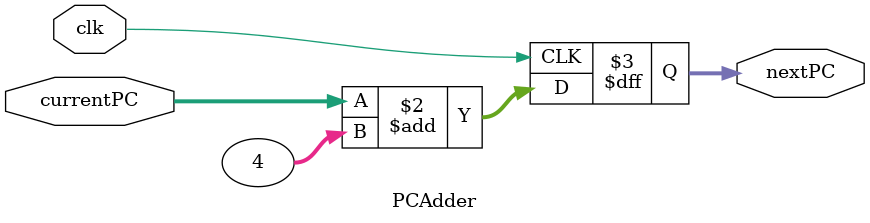
<source format=v>
module PCAdder (currentPC ,nextPC ,clk);

input clk;
input wire [31:0] currentPC;
output reg [31:0] nextPC;

always @(posedge clk)
    begin
    	nextPC <= currentPC + 32'h00000004;
    end

endmodule

</source>
